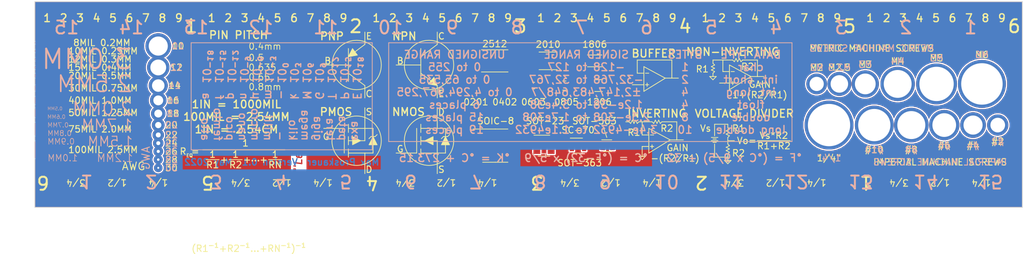
<source format=kicad_pcb>
(kicad_pcb (version 20211014) (generator pcbnew)
  (title_block (title "6\" PCB Ruler") (date "2020-08-07") (rev "0.1") (company "Max Proskauer"))
  (layers (0 "F.Cu" signal) (31 "B.Cu" signal) (34 "B.Paste" user) (35 "F.Paste" user) (36 "B.SilkS" user "B.Silkscreen") (37 "F.SilkS" user "F.Silkscreen") (38 "B.Mask" user) (39 "F.Mask" user) (44 "Edge.Cuts" user))
  (net 0 "")
  (footprint "Package_TO_SOT_SMD:SOT-23-5" (layer "F.Cu") (at 154.77 98.425)
    (fp_text reference "SOT-23" (at 0.17 -3.81) (layer "F.SilkS"))
    (fp_text value "SOT-23-5" hide)
    (pad "1" smd rect locked (at -1.1 -0.95) (size 1.06 0.65) (layers "F.Cu" "F.Paste" "F.Mask"))
    (pad "2" smd rect locked (at -1.1 0) (size 1.06 0.65) (layers "F.Cu" "F.Paste" "F.Mask"))
    (pad "3" smd rect locked (at -1.1 0.95) (size 1.06 0.65) (layers "F.Cu" "F.Paste" "F.Mask"))
    (pad "4" smd rect locked (at 1.1 0.95) (size 1.06 0.65) (layers "F.Cu" "F.Paste" "F.Mask"))
    (pad "5" smd rect locked (at 1.1 -0.95) (size 1.06 0.65) (layers "F.Cu" "F.Paste" "F.Mask"))
  )
  (footprint "Package_SO:SOIC-8_3.9x4.9mm_P1.27mm" (layer "F.Cu") (at 147.255 98.425)
    (fp_text reference "SOIC-8" (at 0.065 -3.81) (layer "F.SilkS"))
    (fp_text value "SOIC-8_3.9x4.9mm_P1.27mm" hide)
    (pad "1" smd roundrect locked (at -2.475 -1.905) (size 1.95 0.6) (layers "F.Cu" "F.Paste" "F.Mask"))
    (pad "2" smd roundrect locked (at -2.475 -0.635) (size 1.95 0.6) (layers "F.Cu" "F.Paste" "F.Mask"))
    (pad "3" smd roundrect locked (at -2.475 0.635) (size 1.95 0.6) (layers "F.Cu" "F.Paste" "F.Mask"))
    (pad "4" smd roundrect locked (at -2.475 1.905) (size 1.95 0.6) (layers "F.Cu" "F.Paste" "F.Mask"))
    (pad "5" smd roundrect locked (at 2.475 1.905) (size 1.95 0.6) (layers "F.Cu" "F.Paste" "F.Mask"))
    (pad "6" smd roundrect locked (at 2.475 0.635) (size 1.95 0.6) (layers "F.Cu" "F.Paste" "F.Mask"))
    (pad "7" smd roundrect locked (at 2.475 -0.635) (size 1.95 0.6) (layers "F.Cu" "F.Paste" "F.Mask"))
    (pad "8" smd roundrect locked (at 2.475 -1.905) (size 1.95 0.6) (layers "F.Cu" "F.Paste" "F.Mask"))
  )
  (footprint "ruler:Inches_0.1" (layer "F.Cu") (at 127 76.2 180)
    (fp_text reference "2" (at 1.27 -3.81) (layer "F.SilkS") (effects (font (size 2 2) (thickness 0.3))))
    (fp_text value "Inches_0.1" hide)
  )
  (footprint "ruler:Inches_0.1_Edge" (layer "F.Cu") (at 101.6 76.2 180)
    (fp_text reference "1" (at 1.27 -3.81) (layer "F.SilkS") (effects (font (size 2 2) (thickness 0.3))))
    (fp_text value "Inches_0.1_Edge" hide)
  )
  (footprint "ruler:Inches_0.1" (layer "F.Cu") (at 203.2 76.2 180)
    (fp_text reference "5" (at 1.27 -3.81) (layer "F.SilkS") (effects (font (size 2 2) (thickness 0.3))))
    (fp_text value "Inches_0.1" hide)
  )
  (footprint "ruler:Inches_0.1_Edge" (layer "F.Cu") (at 228.6 76.2 180)
    (fp_text reference "6" (at 1.27 -3.81) (layer "F.SilkS") (effects (font (size 2 2) (thickness 0.3))))
    (fp_text value "Inches_0.1_Edge" hide)
  )
  (footprint "ruler:Inches_Imperial" (layer "F.Cu") (at 101.6 107.95)
    (fp_text reference "R" hide)
    (fp_text value "Inches_Imperial" hide)
  )
  (footprint "ruler:Inches_Imperial_Edge" (layer "F.Cu") (at 76.2 107.95)
    (fp_text reference "R" hide)
    (fp_text value "Inches_Imperial_Edge" hide)
  )
  (footprint "ruler:Inches_Imperial" (layer "F.Cu") (at 177.8 107.95)
    (fp_text reference "R" hide)
    (fp_text value "Inches_Imperial" hide)
  )
  (footprint "ruler:Inches_Imperial_Edge" (layer "F.Cu") (at 203.2 107.95)
    (fp_text reference "R" hide)
    (fp_text value "Inches_Imperial_Edge" hide)
  )
  (footprint "Package_TO_SOT_SMD:SOT-363_SC-70-6" (layer "F.Cu") (at 160.02 98.425)
    (fp_text reference "SOT-363" (at 0.254 2.667) (layer "F.SilkS"))
    (fp_text value "SOT-363_SC-70-6" hide)
    (pad "1" smd rect locked (at -0.95 -0.65) (size 0.65 0.4) (layers "F.Cu" "F.Paste" "F.Mask"))
    (pad "2" smd rect locked (at -0.95 0) (size 0.65 0.4) (layers "F.Cu" "F.Paste" "F.Mask"))
    (pad "3" smd rect locked (at -0.95 0.65) (size 0.65 0.4) (layers "F.Cu" "F.Paste" "F.Mask"))
    (pad "4" smd rect locked (at 0.95 0.65) (size 0.65 0.4) (layers "F.Cu" "F.Paste" "F.Mask"))
    (pad "5" smd rect locked (at 0.95 0) (size 0.65 0.4) (layers "F.Cu" "F.Paste" "F.Mask"))
    (pad "6" smd rect locked (at 0.95 -0.65) (size 0.65 0.4) (layers "F.Cu" "F.Paste" "F.Mask"))
  )
  (footprint "Package_TO_SOT_SMD:SOT-563" (layer "F.Cu") (at 164.58 98.425)
    (fp_text reference "SOT-563" (at -2.02 -3.81) (layer "F.SilkS"))
    (fp_text value "SOT-563" hide)
    (pad "1" smd rect locked (at -0.75 -0.5) (size 0.7 0.4) (layers "F.Cu" "F.Paste" "F.Mask"))
    (pad "2" smd rect locked (at -0.75 0) (size 0.7 0.4) (layers "F.Cu" "F.Paste" "F.Mask"))
    (pad "3" smd rect locked (at -0.75 0.5) (size 0.7 0.4) (layers "F.Cu" "F.Paste" "F.Mask"))
    (pad "4" smd rect locked (at 0.75 0.5) (size 0.7 0.4) (layers "F.Cu" "F.Paste" "F.Mask"))
    (pad "5" smd rect locked (at 0.75 0) (size 0.7 0.4) (layers "F.Cu" "F.Paste" "F.Mask"))
    (pad "6" smd rect locked (at 0.75 -0.5) (size 0.7 0.4) (layers "F.Cu" "F.Paste" "F.Mask"))
  )
  (footprint "ruler:Machine_Screws_Metric" (layer "F.Cu") (at 196.85 88.9)
    (fp_text reference "METRIC MACHINE SCREWS" (at 8.5 -5.5) (layer "F.SilkS"))
    (fp_text value "Machine_Screws_Metric")
    (fp_text user "M5" (at 18.5 -4) (layer "B.SilkS") (effects (justify mirror)))
    (fp_text user "M4" (at 12.5 -3.5) (layer "B.SilkS") (effects (justify mirror)))
    (fp_text user "M6" (at 25.5 -4.5) (layer "B.SilkS") (effects (justify mirror)))
    (fp_text user "M3" (at 7.5 -3) (layer "B.SilkS") (effects (justify mirror)))
    (fp_text user "METRIC MACHINE SCREWS" (at 8.5 -5.5) (layer "B.SilkS") (effects (justify mirror)))
    (fp_text user "M2.5" (at 3.5 -2.54) (layer "B.SilkS") (effects (justify mirror)))
    (fp_text user "M2" (at 0 -2.54) (layer "B.SilkS") (effects (justify mirror)))
    (fp_text user "M4" (at 12.5 -3.5) (layer "F.SilkS"))
    (fp_text user "M6" (at 25.5 -4.5) (layer "F.SilkS"))
    (fp_text user "M2" (at 0 -2.54) (layer "F.SilkS"))
    (fp_text user "M2.5" (at 3.5 -2.54) (layer "F.SilkS"))
    (fp_text user "M3" (at 7.5 -3) (layer "F.SilkS"))
    (fp_text user "M5" (at 18.5 -4) (layer "F.SilkS"))
    (pad "" thru_hole circle locked (at 25.5 0) (size 7.4 7.4) (drill 6.4) (layers *.Cu *.Mask))
    (pad "" thru_hole circle locked (at 12.5 0) (size 5.3 5.3) (drill 4.3) (layers *.Cu *.Mask))
    (pad "" thru_hole circle locked (at 7.5 0) (size 4.2 4.2) (drill 3.2) (layers *.Cu *.Mask))
    (pad "" thru_hole circle locked (at 0 0) (size 3.2 3.2) (drill 2.2) (layers *.Cu *.Mask))
    (pad "" thru_hole circle locked (at 3.5 0) (size 3.7 3.7) (drill 2.7) (layers *.Cu *.Mask))
    (pad "" thru_hole circle locked (at 18.5 0) (size 6.3 6.3) (drill 5.3) (layers *.Cu *.Mask))
  )
  (footprint "ruler:Machine_Screws_Imperial" (layer "F.Cu") (at 224.79 95.25 180)
    (fp_text reference "IMPERIAL MACHINE SCREWS" (at 8.89 -5.715) (layer "F.SilkS"))
    (fp_text value "Machine_Screws_Imperial")
    (fp_text user "#4" (at 3.81 -3.175) (layer "B.SilkS") (effects (justify mirror)))
    (fp_text user "IMPERIAL MACHINE SCREWS" (at 8.89 -5.715) (layer "B.SilkS") (effects (justify mirror)))
    (fp_text user "#2" (at 0 -2.54) (layer "B.SilkS") (effects (justify mirror)))
    (fp_text user "1/4\"" (at 26.035 -5.08) (layer "B.SilkS") (effects (justify mirror)))
    (fp_text user "#6" (at 8.255 -3.175) (layer "B.SilkS") (effects (justify mirror)))
    (fp_text user "#10" (at 19.05 -3.81) (layer "B.SilkS") (effects (justify mirror)))
    (fp_text user "#8" (at 13.335 -3.81) (layer "B.SilkS") (effects (justify mirror)))
    (fp_text user "#8" (at 13.335 -3.81) (layer "F.SilkS"))
    (fp_text user "#10" (at 19.05 -3.81) (layer "F.SilkS"))
    (fp_text user "1/4\"" (at 26.035 -5.08) (layer "F.SilkS"))
    (fp_text user "#4" (at 3.81 -3.175) (layer "F.SilkS"))
    (fp_text user "#2" (at 0 -2.54) (layer "F.SilkS"))
    (fp_text user "#6" (at 8.255 -3.175) (layer "F.SilkS"))
    (pad "" thru_hole circle locked (at 26.035 0 180) (size 7.5438 7.5438) (drill 6.5278) (layers *.Cu *.Mask))
    (pad "" thru_hole circle locked (at 19.05 0 180) (size 5.9944 5.9944) (drill 4.9784) (layers *.Cu *.Mask))
    (pad "" thru_hole circle locked (at 8.255 0 180) (size 4.6736 4.6736) (drill 3.6576) (layers *.Cu *.Mask))
    (pad "" thru_hole circle locked (at 0 0 180) (size 3.2766 3.2766) (drill 2.2606) (layers *.Cu *.Mask))
    (pad "" thru_hole circle locked (at 3.81 0 180) (size 3.9624 3.9624) (drill 2.9464) (layers *.Cu *.Mask))
    (pad "" thru_hole circle locked (at 13.335 0 180) (size 5.334 5.334) (drill 4.318) (layers *.Cu *.Mask))
  )
  (footprint "ruler:Track_Width_Imperial" (layer "F.Cu") (at 76.2 82.55)
    (fp_text reference "REF**" hide)
    (fp_text value "Track_Width_Imperial")
    (fp_text user "75MIL 2.0MM" (at 5.08 13.335) (layer "F.SilkS") (effects (justify left)))
    (fp_text user "20MIL 0.5MM" (at 5.08 5.08) (layer "F.SilkS") (effects (justify left)))
    (fp_text user "12MIL 0.3MM" (at 5.08 2.54) (layer "F.SilkS") (effects (justify left)))
    (fp_text user "50MIL 1.25MM" (at 5.08 10.795) (layer "F.SilkS") (effects (justify left)))
    (fp_text user "100MIL 2.5MM" (at 5.08 16.51) (layer "F.SilkS") (effects (justify left)))
    (fp_text user "30MIL 0.75MM" (at 5.08 6.985) (layer "F.SilkS") (effects (justify left)))
    (fp_text user " 8MIL 0.2MM" (at 5.08 0) (layer "F.SilkS") (effects (justify left)))
    (fp_text user "10MIL 0.25MM" (at 5.08 1.27) (layer "F.SilkS") (effects (justify left)))
    (fp_text user "15MIL 0.4MM" (at 5.08 3.81) (layer "F.SilkS") (effects (justify left)))
    (fp_text user "40MIL 1.0MM" (at 5.08 8.89) (layer "F.SilkS") (effects (justify left)))
    (pad "" smd rect locked (at 2.54 8.89) (size 5.08 1.016) (layers "F.Cu" "F.Paste" "F.Mask"))
    (pad "" smd rect locked (at 2.54 2.54) (size 5.08 0.3048) (layers "F.Cu" "F.Paste" "F.Mask"))
    (pad "" smd rect locked (at 2.54 3.81) (size 5.08 0.381) (layers "F.Cu" "F.Paste" "F.Mask"))
    (pad "" smd rect locked (at 2.54 1.27) (size 5.08 0.254) (layers "F.Cu" "F.Paste" "F.Mask"))
    (pad "" smd rect locked (at 2.54 10.795) (size 5.08 1.27) (layers "F.Cu" "F.Paste" "F.Mask"))
    (pad "" smd rect locked (at 2.54 0) (size 5.08 0.2032) (layers "F.Cu" "F.Paste" "F.Mask"))
    (pad "" smd rect locked (at 2.54 16.51) (size 5.08 2.54) (layers "F.Cu" "F.Paste" "F.Mask"))
    (pad "" smd rect locked (at 2.54 5.08) (size 5.08 0.508) (layers "F.Cu" "F.Paste" "F.Mask"))
    (pad "" smd rect locked (at 2.54 6.985) (size 5.08 0.762) (layers "F.Cu" "F.Paste" "F.Mask"))
    (pad "" smd rect locked (at 2.54 13.335) (size 5.08 1.905) (layers "F.Cu" "F.Paste" "F.Mask"))
  )
  (footprint "ruler:Wire_Gauge" (layer "F.Cu") (at 95.25 83.058)
    (fp_text reference "AWG" (at -3.81 18.542) (layer "F.SilkS") (effects (font (size 1.2 1.2))))
    (fp_text value "Wire_Gauge")
    (fp_text user "18" (at 2.286 10.414) (layer "B.SilkS") (effects (justify mirror)))
    (fp_text user "24" (at 2.032 14.986) (layer "B.SilkS") (effects (justify mirror)))
    (fp_text user "28" (at 2.032 17.526) (layer "B.SilkS") (effects (justify mirror)))
    (fp_text user "20" (at 2.032 12.192) (layer "B.SilkS") (effects (justify mirror)))
    (fp_text user "AWG" (at -1.905 17.272 270) (layer "B.SilkS") (effects (font (size 1.2 1.2)) (justify mirror)))
    (fp_text user "14" (at 2.54 6.096) (layer "B.SilkS") (effects (justify mirror)))
    (fp_text user "10" (at 3.048 0) (layer "B.SilkS") (effects (justify mirror)))
    (fp_text user "16" (at 2.286 8.382) (layer "B.SilkS") (effects (justify mirror)))
    (fp_text user "22" (at 2.032 13.716) (layer "B.SilkS") (effects (justify mirror)))
    (fp_text user "26" (at 2.032 16.256) (layer "B.SilkS") (effects (justify mirror)))
    (fp_text user "12" (at 2.794 3.302 180) (layer "B.SilkS") (effects (justify mirror)))
    (fp_text user "30" (at 2.032 18.796) (layer "B.SilkS") (effects (justify mirror)))
    (fp_text user "18" (at 2.286 10.414) (layer "F.SilkS"))
    (fp_text user "10" (at 3.048 0) (layer "F.SilkS"))
    (fp_text user "30" (at 2.032 18.796) (layer "F.SilkS"))
    (fp_text user "16" (at 2.286 8.382) (layer "F.SilkS"))
    (fp_text user "24" (at 2.032 14.986) (layer "F.SilkS"))
    (fp_text user "26" (at 2.032 16.256) (layer "F.SilkS"))
    (fp_text user "20" (at 2.032 12.192) (layer "F.SilkS"))
    (fp_text user "28" (at 2.032 17.526) (layer "F.SilkS"))
    (fp_text user "14" (at 2.54 6.096) (layer "F.SilkS"))
    (fp_text user "12" (at 2.794 3.302) (layer "F.SilkS"))
    (fp_text user "22" (at 2.032 13.716) (layer "F.SilkS"))
    (pad "" thru_hole circle locked (at 0 6.096) (size 2.9464 2.9464) (drill 1.9304) (layers *.Cu *.Mask))
    (pad "" thru_hole circle locked (at 0 0) (size 3.9624 3.9624) (drill 2.9464) (layers *.Cu *.Mask))
    (pad "" thru_hole circle locked (at 0 17.526) (size 1.397 1.397) (drill 0.381) (layers *.Cu *.Mask))
    (pad "" thru_hole circle locked (at 0 3.302) (size 3.4544 3.4544) (drill 2.4384) (layers *.Cu *.Mask))
    (pad "" thru_hole circle locked (at 0 14.986) (size 1.6256 1.6256) (drill 0.6096) (layers *.Cu *.Mask))
    (pad "" thru_hole circle locked (at 0 18.796) (size 1.3208 1.3208) (drill 0.3048) (layers *.Cu *.Mask))
    (pad "" thru_hole circle locked (at 0 16.256) (size 1.4986 1.4986) (drill 0.4826) (layers *.Cu *.Mask))
    (pad "" thru_hole circle locked (at 0 10.414) (size 2.2352 2.2352) (drill 1.2192) (layers *.Cu *.Mask))
    (pad "" thru_hole circle locked (at 0 12.192) (size 1.9812 1.9812) (drill 0.9652) (layers *.Cu *.Mask))
    (pad "" thru_hole circle locked (at 0 13.716) (size 1.778 1.778) (drill 0.762) (layers *.Cu *.Mask))
    (pad "" thru_hole circle locked (at 0 8.382) (size 2.54 2.54) (drill 1.524) (layers *.Cu *.Mask))
  )
  (footprint "ruler:Pin_Pitch_Gauge" (layer "F.Cu") (at 105.1 86.36)
    (fp_text reference "PIN PITCH" (at 2.54 -5) (layer "F.SilkS") (effects (font (size 1.2 1.2) (thickness 0.2))))
    (fp_text value "Pin_Pitch_Gauge")
    (fp_text user "0.635" (at 4 0) (layer "F.SilkS") (effects (font (thickness 0.125)) (justify left)))
    (fp_text user "0.5" (at 4 -1.5) (layer "F.SilkS") (effects (font (thickness 0.125)) (justify left)))
    (fp_text user "0.4mm" (at 4 -3.25) (layer "F.SilkS") (effects (font (thickness 0.125)) (justify left)))
    (fp_text user "0.65" (at 4 1.5) (layer "F.SilkS") (effects (font (thickness 0.125)) (justify left)))
    (fp_text user "0.8mm" (at 4 3) (layer "F.SilkS") (effects (font (thickness 0.125)) (justify left)))
    (pad "" smd rect locked (at 1.625 1.5 90) (size 1 0.25) (layers "F.Cu" "F.Paste" "F.Mask"))
    (pad "" smd rect locked (at -2.925 1.5 90) (size 1 0.25) (layers "F.Cu" "F.Paste" "F.Mask"))
    (pad "" smd rect locked (at 0.975 1.5 90) (size 1 0.25) (layers "F.Cu" "F.Paste" "F.Mask"))
    (pad "" smd rect locked (at 1 -3.2 90) (size 1 0.25) (layers "F.Cu" "F.Paste" "F.Mask"))
    (pad "" smd rect locked (at 2.8 3 90) (size 1 0.25) (layers "F.Cu" "F.Paste" "F.Mask"))
    (pad "" smd rect locked (at -0.96 0 90) (size 1 0.25) (layers "F.Cu" "F.Paste" "F.Mask"))
    (pad "" smd rect locked (at -2.275 1.5 90) (size 1 0.25) (layers "F.Cu" "F.Paste" "F.Mask"))
    (pad "" smd rect locked (at 2.215 0 90) (size 1 0.25) (layers "F.Cu" "F.Paste" "F.Mask"))
    (pad "" smd rect locked (at 1.5 -1.5 90) (size 1 0.25) (layers "F.Cu" "F.Paste" "F.Mask"))
    (pad "" smd rect locked (at 0.31 0 90) (size 1 0.25) (layers "F.Cu" "F.Paste" "F.Mask"))
    (pad "" smd rect locked (at -3.4 -3.2 90) (size 1 0.25) (layers "F.Cu" "F.Paste" "F.Mask"))
    (pad "" smd rect locked (at 1.58 0 90) (size 1 0.25) (layers "F.Cu" "F.Paste" "F.Mask"))
    (pad "" smd rect locked (at -2.5 -1.5 90) (size 1 0.25) (layers "F.Cu" "F.Paste" "F.Mask"))
    (pad "" smd rect locked (at -1.8 -3.2 90) (size 1 0.25) (layers "F.Cu" "F.Paste" "F.Mask"))
    (pad "" smd rect locked (at -2.865 0 90) (size 1 0.25) (layers "F.Cu" "F.Paste" "F.Mask"))
    (pad "" smd rect locked (at 2.6 -3.2 90) (size 1 0.25) (layers "F.Cu" "F.Paste" "F.Mask"))
    (pad "" smd rect locked (at -0.4 3 90) (size 1 0.25) (layers "F.Cu" "F.Paste" "F.Mask"))
    (pad "" smd rect locked (at -3.6 3 90) (size 1 0.25) (layers "F.Cu" "F.Paste" "F.Mask"))
    (pad "" smd rect locked (at -1 -3.2 90) (size 1 0.25) (layers "F.Cu" "F.Paste" "F.Mask"))
    (pad "" smd rect locked (at 2.2 -3.2 90) (size 1 0.25) (layers "F.Cu" "F.Paste" "F.Mask"))
    (pad "" smd rect locked (at -1.2 3 90) (size 1 0.25) (layers "F.Cu" "F.Paste" "F.Mask"))
    (pad "" smd rect locked (at -1 -1.5 90) (size 1 0.25) (layers "F.Cu" "F.Paste" "F.Mask"))
    (pad "" smd rect locked (at -1.5 -1.5 90) (size 1 0.25) (layers "F.Cu" "F.Paste" "F.Mask"))
    (pad "" smd rect locked (at -2.6 -3.2 90) (size 1 0.25) (layers "F.Cu" "F.Paste" "F.Mask"))
    (pad "" smd rect locked (at 0.945 0 90) (size 1 0.25) (layers "F.Cu" "F.Paste" "F.Mask"))
    (pad "" smd rect locked (at 3.575 1.5 90) (size 1 0.25) (layers "F.Cu" "F.Paste" "F.Mask"))
    (pad "" smd rect locked (at -3.5 -1.5 90) (size 1 0.25) (layers "F.Cu" "F.Paste" "F.Mask"))
    (pad "" smd rect locked (at 3.5 -1.5 90) (size 1 0.25) (layers "F.Cu" "F.Paste" "F.Mask"))
    (pad "" smd rect locked (at 0.6 -3.2 90) (size 1 0.25) (layers "F.Cu" "F.Paste" "F.Mask"))
    (pad "" smd rect locked (at 0.2 -3.2 90) (size 1 0.25) (layers "F.Cu" "F.Paste" "F.Mask"))
    (pad "" smd rect locked (at -3 -3.2 90) (size 1 0.25) (layers "F.Cu" "F.Paste" "F.Mask"))
    (pad "" smd rect locked (at -0.2 -3.2 90) (size 1 0.25) (layers "F.Cu" "F.Paste" "F.Mask"))
    (pad "" smd rect locked (at 2 -1.5 90) (size 1 0.25) (layers "F.Cu" "F.Paste" "F.Mask"))
    (pad "" smd rect locked (at -0.325 1.5 90) (size 1 0.25) (layers "F.Cu" "F.Paste" "F.Mask"))
    (pad "" smd rect locked (at -3.575 1.5 90) (size 1 0.25) (layers "F.Cu" "F.Paste" "F.Mask"))
    (pad "" smd rect locked (at 3.6 3 90) (size 1 0.25) (layers "F.Cu" "F.Paste" "F.Mask"))
    (pad "" smd rect locked (at 0.5 -1.5 90) (size 1 0.25) (layers "F.Cu" "F.Paste" "F.Mask"))
    (pad "" smd rect locked (at 3 -1.5 90) (size 1 0.25) (layers "F.Cu" "F.Paste" "F.Mask"))
    (pad "" smd rect locked (at 1.2 3 90) (size 1 0.25) (layers "F.Cu" "F.Paste" "F.Mask"))
    (pad "" smd rect locked (at -3.5 0 90) (size 1 0.25) (layers "F.Cu" "F.Paste" "F.Mask"))
    (pad "" smd rect locked (at -2 3 90) (size 1 0.25) (layers "F.Cu" "F.Paste" "F.Mask"))
    (pad "" smd rect locked (at -0.325 0 90) (size 1 0.25) (layers "F.Cu" "F.Paste" "F.Mask"))
    (pad "" smd rect locked (at -1.595 0 90) (size 1 0.25) (layers "F.Cu" "F.Paste" "F.Mask"))
    (pad "" smd rect locked (at -2.23 0 90) (size 1 0.25) (layers "F.Cu" "F.Paste" "F.Mask"))
    (pad "" smd rect locked (at 2.925 1.5 90) (size 1 0.25) (layers "F.Cu" "F.Paste" "F.Mask"))
    (pad "" smd rect locked (at 0 -1.5 90) (size 1 0.25) (layers "F.Cu" "F.Paste" "F.Mask"))
    (pad "" smd rect locked (at -0.975 1.5 90) (size 1 0.25) (layers "F.Cu" "F.Paste" "F.Mask"))
    (pad "" smd rect locked (at 3.485 0 90) (size 1 0.25) (layers "F.Cu" "F.Paste" "F.Mask"))
    (pad "" smd rect locked (at -2 -1.5 90) (size 1 0.25) (layers "F.Cu" "F.Paste" "F.Mask"))
    (pad "" smd rect locked (at 1.4 -3.2 90) (size 1 0.25) (layers "F.Cu" "F.Paste" "F.Mask"))
    (pad "" smd rect locked (at 2.5 -1.5 90) (size 1 0.25) (layers "F.Cu" "F.Paste" "F.Mask"))
    (pad "" smd rect locked (at -2.8 3 90) (size 1 0.25) (layers "F.Cu" "F.Paste" "F.Mask"))
    (pad "" smd rect locked (at 2 3 90) (size 1 0.25) (layers "F.Cu" "F.Paste" "F.Mask"))
    (pad "" smd rect locked (at 2.275 1.5 90) (size 1 0.25) (layers "F.Cu" "F.Paste" "F.Mask"))
    (pad "" smd rect locked (at 0.325 1.5 90) (size 1 0.25) (layers "F.Cu" "F.Paste" "F.Mask"))
    (pad "" smd rect locked (at -0.5 -1.5 90) (size 1 0.25) (layers "F.Cu" "F.Paste" "F.Mask"))
    (pad "" smd rect locked (at -1.625 1.5 90) (size 1 0.25) (layers "F.Cu" "F.Paste" "F.Mask"))
    (pad "" smd rect locked (at 3 -3.2 90) (size 1 0.25) (layers "F.Cu" "F.Paste" "F.Mask"))
    (pad "" smd rect locked (at -1.4 -3.2 90) (size 1 0.25) (layers "F.Cu" "F.Paste" "F.Mask"))
    (pad "" smd rect locked (at 3.4 -3.2 90) (size 1 0.25) (layers "F.Cu" "F.Paste" "F.Mask"))
    (pad "" smd rect locked (at 0.4 3 90) (size 1 0.25) (layers "F.Cu" "F.Paste" "F.Mask"))
    (pad "" smd rect locked (at 1 -1.5 90) (size 1 0.25) (layers "F.Cu" "F.Paste" "F.Mask"))
    (pad "" smd rect locked (at -2.2 -3.2 90) (size 1 0.25) (layers "F.Cu" "F.Paste" "F.Mask"))
    (pad "" smd rect locked (at -0.6 -3.2 90) (size 1 0.25) (layers "F.Cu" "F.Paste" "F.Mask"))
    (pad "" smd rect locked (at -3 -1.5 90) (size 1 0.25) (layers "F.Cu" "F.Paste" "F.Mask"))
    (pad "" smd rect locked (at 2.85 0 90) (size 1 0.25) (layers "F.Cu" "F.Paste" "F.Mask"))
    (pad "" smd rect locked (at 1.8 -3.2 90) (size 1 0.25) (layers "F.Cu" "F.Paste" "F.Mask"))
  )
  (footprint "Resistor_SMD:R_2512_6332Metric" (layer "F.Cu") (at 147.172 85.344)
    (fp_text reference "2512" (at 0 -2.62) (layer "F.SilkS"))
    (fp_text value "R_2512_6332Metric" hide)
    (pad "1" smd roundrect locked (at -2.9 0) (size 1.35 3.35) (layers "F.Cu" "F.Paste" "F.Mask") (roundrect_rratio 0.1851851852))
    (pad "2" smd roundrect locked (at 2.9 0) (size 1.35 3.35) (layers "F.Cu" "F.Paste" "F.Mask") (roundrect_rratio 0.1851851852))
  )
  (footprint "Resistor_SMD:R_0402_1005Metric" (layer "F.Cu") (at 148.567 89.154)
    (fp_text reference "0402" (at 0.15 2.54) (layer "F.SilkS"))
    (fp_text value "R_0402_1005Metric" hide)
    (pad "1" smd roundrect locked (at -0.485 0) (size 0.59 0.64) (layers "F.Cu" "F.Paste" "F.Mask"))
    (pad "2" smd roundrect locked (at 0.485 0) (size 0.59 0.64) (layers "F.Cu" "F.Paste" "F.Mask"))
  )
  (footprint "Resistor_SMD:R_0805_2012Metric" (layer "F.Cu") (at 157.9095 89.154)
    (fp_text reference "0805" (at 0.3325 2.54) (layer "F.SilkS"))
    (fp_text value "R_0805_2012Metric" hide)
    (pad "1" smd roundrect locked (at -0.9375 0) (size 0.975 1.4) (layers "F.Cu" "F.Paste" "F.Mask"))
    (pad "2" smd roundrect locked (at 0.9375 0) (size 0.975 1.4) (layers "F.Cu" "F.Paste" "F.Mask"))
  )
  (footprint "Resistor_SMD:R_0201_0603Metric" (layer "F.Cu") (at 144.272 89.154)
    (fp_text reference "0201" (at 0 2.54) (layer "F.SilkS"))
    (fp_text value "R_0201_0603Metric" hide)
    (pad "1" smd roundrect locked (at -0.32 0) (size 0.46 0.4) (layers "F.Cu" "F.Mask"))
    (pad "2" smd roundrect locked (at 0.32 0) (size 0.46 0.4) (layers "F.Cu" "F.Mask"))
  )
  (footprint "Resistor_SMD:R_0603_1608Metric" (layer "F.Cu") (at 153.162 89.154)
    (fp_text reference "0603" (at 0 2.54) (layer "F.SilkS"))
    (fp_text value "R_0603_1608Metric" hide)
    (pad "1" smd roundrect locked (at -0.7875 0) (size 0.875 0.95) (layers "F.Cu" "F.Paste" "F.Mask"))
    (pad "2" smd roundrect locked (at 0.7875 0) (size 0.875 0.95) (layers "F.Cu" "F.Paste" "F.Mask"))
  )
  (footprint "Resistor_SMD:R_1806_4516Metric" (layer "F.Cu") (at 162.592 85.344)
    (fp_text reference "1806" (at 0 -2.54) (layer "F.SilkS"))
    (fp_text value "R_1806_4516Metric" hide)
    (pad "1" smd roundrect locked (at -2 0) (size 1.4 1.8) (layers "F.Cu" "F.Paste" "F.Mask") (roundrect_rratio 0.1785707143))
    (pad "2" smd roundrect locked (at 2 0) (size 1.4 1.8) (layers "F.Cu" "F.Paste" "F.Mask") (roundrect_rratio 0.1785707143))
  )
  (footprint "Resistor_SMD:R_2010_5025Metric" (layer "F.Cu") (at 155.412 85.344)
    (fp_text reference "2010" (at 0 -2.54) (layer "F.SilkS"))
    (fp_text value "R_2010_5025Metric" hide)
    (pad "1" smd roundrect locked (at -2.25 0) (size 1.35 2.65) (layers "F.Cu" "F.Paste" "F.Mask") (roundrect_rratio 0.1851851852))
    (pad "2" smd roundrect locked (at 2.25 0) (size 1.35 2.65) (layers "F.Cu" "F.Paste" "F.Mask") (roundrect_rratio 0.1851851852))
  )
  (footprint "Resistor_SMD:R_1206_3216Metric" (layer "F.Cu") (at 163.192 89.154)
    (fp_text reference "1206" (at 0.13 2.54) (layer "F.SilkS"))
    (fp_text value "R_1206_3216Metric" hide)
    (pad "1" smd roundrect locked (at -1.4 0) (size 1.25 1.75) (layers "F.Cu" "F.Paste" "F.Mask") (roundrect_rratio 0.2))
    (pad "2" smd roundrect locked (at 1.4 0) (size 1.25 1.75) (layers "F.Cu" "F.Paste" "F.Mask") (roundrect_rratio 0.2))
  )
  (footprint "ruler:Inches_Imperial" (layer "F.Cu") (at 152.4 107.95)
    (fp_text reference "R" hide)
    (fp_text value "Inches_Imperial" hide)
  )
  (footprint "ruler:Inches_Imperial" (layer "F.Cu") (at 127 107.95)
    (fp_text reference "R" hide)
    (fp_text value "Inches_Imperial" hide)
  )
  (footprint "ruler:Inches_0.1" (layer "F.Cu") (at 152.4 76.2 180)
    (fp_text reference "3" (at 1.27 -3.81) (layer "F.SilkS") (effects (font (size 2 2) (thickness 0.3))))
    (fp_text value "Inches_0.1" hide)
  )
  (footprint "ruler:Inches_0.1" (layer "F.Cu") (at 177.8 76.2 180)
    (fp_text reference "4" (at 1.27 -3.81) (layer "F.SilkS") (effects (font (size 2 2) (thickness 0.3))))
    (fp_text value "Inches_0.1" hide)
  )
  (footprint "ruler:Metric" (layer "B.Cu") (at 96.2 107.95 180)
    (fp_text reference "R" hide)
    (fp_text value "Metric" hide)
  )
  (footprint "ruler:Metric_Edge" (layer "B.Cu") (at 86.2 107.95 180)
    (fp_text reference "R" hide)
    (fp_text value "Metric_Edge" hide)
  )
  (footprint "ruler:Metric" (layer "B.Cu") (at 208.6 76.2)
    (fp_text reference "2" (at 2 4) (layer "B.SilkS") (effects (font (size 2 2) (thickness 0.3)) (justify mirror)))
    (fp_text value "Metric" hide)
  )
  (footprint "ruler:Metric_Edge" (layer "B.Cu") (at 218.6 76.2)
    (fp_text reference "1" (at 2 4) (layer "B.SilkS") (effects (font (size 2 2) (thickness 0.3)) (justify mirror)))
    (fp_text value "Metric_Edge" hide)
  )
  (footprint "ruler:Metric" (layer "B.Cu") (at 78.6 76.2)
    (fp_text reference "15" (at 2.5 4) (layer "B.SilkS") (effects (font (size 2 2) (thickness 0.3)) (justify mirror)))
    (fp_text value "Metric" hide)
  )
  (footprint "ruler:Metric" (layer "B.Cu") (at 226.2 107.95 180)
    (fp_text reference "R" hide)
    (fp_text value "Metric" hide)
  )
  (footprint "ruler:Metric_Partial" (layer "B.Cu") (at 228.2 107.95 180)
    (fp_text reference "R" hide)
    (fp_text value "Metric_Partial" hide)
  )
  (footprint "ruler:Metric_Partial" (layer "B.Cu") (at 76.6 76.2)
    (fp_text reference "R" hide)
    (fp_text value "Metric_Partial" hide)
  )
  (footprint "ruler:Metric" (layer "B.Cu") (at 188.6 76.2)
    (fp_text reference "4" (at 2 4) (layer "B.SilkS") (effects (font (size 2 2) (thickness 0.3)) (justify mirror)))
    (fp_text value "Metric" hide)
  )
  (footprint "ruler:Metric" (layer "B.Cu") (at 158.6 76.2)
    (fp_text reference "7" (at 2 4) (layer "B.SilkS") (effects (font (size 2 2) (thickness 0.3)) (justify mirror)))
    (fp_text value "Metric" hide)
  )
  (footprint "ruler:Metric" (layer "B.Cu") (at 128.6 76.2)
    (fp_text reference "10" (at 2.5 4) (layer "B.SilkS") (effects (font (size 2 2) (thickness 0.3)) (justify mirror)))
    (fp_text value "Metric" hide)
  )
  (footprint "ruler:Metric" (layer "B.Cu") (at 148.6 76.2)
    (fp_text reference "8" (at 2 4) (layer "B.SilkS") (effects (font (size 2 2) (thickness 0.3)) (justify mirror)))
    (fp_text value "Metric" hide)
  )
  (footprint "ruler:Metric" (layer "B.Cu") (at 186.2 107.95 180)
    (fp_text reference "R" hide)
    (fp_text value "Metric" hide)
  )
  (footprint "ruler:Metric" (layer "B.Cu") (at 98.6 76.2)
    (fp_text reference "13" (at 2.5 4) (layer "B.SilkS") (effects (font (size 2 2) (thickness 0.3)) (justify mirror)))
    (fp_text value "Metric" hide)
  )
  (footprint "ruler:Metric" (layer "B.Cu") (at 198.6 76.2)
    (fp_text reference "3" (at 2 4) (layer "B.SilkS") (effects (font (size 2 2) (thickness 0.3)) (justify mirror)))
    (fp_text value "Metric" hide)
  )
  (footprint "ruler:Metric" (layer "B.Cu") (at 88.6 76.2)
    (fp_text reference "14" (at 2.5 4) (layer "B.SilkS") (effects (font (size 2 2) (thickness 0.3)) (justify mirror)))
    (fp_text value "Metric" hide)
  )
  (footprint "ruler:Metric" (layer "B.Cu") (at 156.2 107.95 180)
    (fp_text reference "R" hide)
    (fp_text value "Metric" hide)
  )
  (footprint "ruler:Metric" (layer "B.Cu") (at 178.6 76.2)
    (fp_text reference "5" (at 2 4) (layer "B.SilkS") (effects (font (size 2 2) (thickness 0.3)) (justify mirror)))
    (fp_text value "Metric" hide)
  )
  (footprint "ruler:Metric" (layer "B.Cu") (at 146.2 107.95 180)
    (fp_text reference "R" hide)
    (fp_text value "Metric" hide)
  )
  (footprint "ruler:Metric" (layer "B.Cu") (at 206.2 107.95 180)
    (fp_text reference "R" hide)
    (fp_text value "Metric" hide)
  )
  (footprint "ruler:Metric" (layer "B.Cu") (at 106.2 107.95 180)
    (fp_text reference "R" hide)
    (fp_text value "Metric" hide)
  )
  (footprint "ruler:Metric" (layer "B.Cu") (at 136.2 107.95 180)
    (fp_text reference "R" hide)
    (fp_text value "Metric" hide)
  )
  (footprint "ruler:Metric" (layer "B.Cu") (at 176.2 107.95 180)
    (fp_text reference "R" hide)
    (fp_text value "Metric" hide)
  )
  (footprint "ruler:Metric" (layer "B.Cu") (at 168.6 76.2)
    (fp_text reference "6" (at 2 4) (layer "B.SilkS") (effects (font (size 2 2) (thickness 0.3)) (justify mirror)))
    (fp_text value "Metric" hide)
  )
  (footprint "ruler:Metric" (layer "B.Cu") (at 166.2 107.95 180)
    (fp_text reference "R" hide)
    (fp_text value "Metric" hide)
  )
  (footprint "ruler:Metric" (layer "B.Cu") (at 216.2 107.95 180)
    (fp_text reference "R" hide)
    (fp_text value "Metric" hide)
  )
  (footprint "ruler:Metric" (layer "B.Cu") (at 108.6 76.2)
    (fp_text reference "12" (at 2.5 4) (layer "B.SilkS") (effects (font (size 2 2) (thickness 0.3)) (justify mirror)))
    (fp_text value "Metric" hide)
  )
  (footprint "ruler:Metric" (layer "B.Cu") (at 196.2 107.95 180)
    (fp_text reference "R" hide)
    (fp_text value "Metric" hide)
  )
  (footprint "ruler:Metric" (layer "B.Cu") (at 138.6 76.2)
    (fp_text reference "9" (at 2 4) (layer "B.SilkS") (effects (font (size 2 2) (thickness 0.3)) (justify mirror)))
    (fp_text value "Metric" hide)
  )
  (footprint "ruler:Metric" (layer "B.Cu") (at 126.2 107.95 180)
    (fp_text reference "R" hide)
    (fp_text value "Metric" hide)
  )
  (footprint "ruler:Metric" (layer "B.Cu") (at 116.2 107.95 180)
    (fp_text reference "R" hide)
    (fp_text value "Metric" hide)
  )
  (footprint "ruler:Metric" (layer "B.Cu") (at 118.6 76.2)
    (fp_text reference "11" (at 2.5 4) (layer "B.SilkS") (effects (font (size 2 2) (thickness 0.3)) (justify mirror)))
    (fp_text value "Metric" hide)
  )
  (gr_line (start 193.04 97.79) (end 193.04 82.55) (layer "B.SilkS") (width 0.12))
  (gr_line (start 100.33 82.55) (end 100.33 99.06) (layer "B.SilkS") (width 0.12))
  (gr_line (start 193.04 82.55) (end 130.81 82.55) (layer "B.SilkS") (width 0.12))
  (gr_line (start 130.81 82.55) (end 130.81 97.79) (layer "B.SilkS") (width 0.12))
  (gr_line (start 128.27 99.06) (end 128.27 82.55) (layer "B.SilkS") (width 0.12))
  (gr_line (start 130.81 97.79) (end 193.04 97.79) (layer "B.SilkS") (width 0.12))
  (gr_line (start 128.27 82.55) (end 100.33 82.55) (layer "B.SilkS") (width 0.12))
  (gr_line (start 100.33 99.06) (end 128.27 99.06) (layer "B.SilkS") (width 0.12))
  (gr_line (start 171.196 98.552) (end 171.704 98.552) (layer "F.SilkS") (width 0.12))
  (gr_line (start 171.45 98.298) (end 171.45 98.806) (layer "F.SilkS") (width 0.12))
  (gr_line (start 170.942 95.758) (end 170.942 99.568) (layer "F.SilkS") (width 0.12))
  (gr_line (start 174.244 97.536) (end 170.942 95.758) (layer "F.SilkS") (width 0.12))
  (gr_line (start 170.942 99.568) (end 174.244 97.536) (layer "F.SilkS") (width 0.12))
  (gr_line (start 171.196 96.774) (end 171.704 96.774) (layer "F.SilkS") (width 0.12))
  (gr_line (start 170.18 100.076) (end 169.926 100.076) (layer "F.SilkS") (width 0.12))
  (gr_line (start 170.434 100.076) (end 169.926 100.076) (layer "F.SilkS") (width 0.12))
  (gr_line (start 169.926 94.742) (end 171.45 94.742) (layer "F.SilkS") (width 0.12))
  (gr_line (start 172.974 94.742) (end 175.26 94.742) (layer "F.SilkS") (width 0.12))
  (gr_line (start 183.642 86.995) (end 184.15 86.995) (layer "F.SilkS") (width 0.12))
  (gr_line (start 183.896 88.519) (end 183.896 89.027) (layer "F.SilkS") (width 0.12))
  (gr_line (start 183.388 85.979) (end 183.388 89.789) (layer "F.SilkS") (width 0.12))
  (gr_line (start 186.69 87.757) (end 183.388 85.979) (layer "F.SilkS") (width 0.12))
  (gr_line (start 187.706 87.757) (end 186.69 87.757) (layer "F.SilkS") (width 0.12))
  (gr_line (start 183.388 89.789) (end 186.69 87.757) (layer "F.SilkS") (width 0.12))
  (gr_line (start 183.642 88.773) (end 184.15 88.773) (layer "F.SilkS") (width 0.12))
  (gr_line (start 187.706 87.757) (end 188.722 87.757) (layer "F.SilkS") (width 0.12))
  (gr_line (start 185.42 85.217) (end 187.706 85.217) (layer "F.SilkS") (width 0.12))
  (gr_line (start 180.848 85.217) (end 182.372 85.217) (layer "F.SilkS") (width 0.12))
  (gr_line (start 180.848 88.265) (end 180.34 87.757) (layer "F.SilkS") (width 0.12))
  (gr_line (start 182.626 100.711) (end 183.134 100.711) (layer "F.SilkS") (width 0.12))
  (gr_line (start 183.134 99.695) (end 183.134 100.203) (layer "F.SilkS") (width 0.12))
  (gr_line (start 181.102 100.203) (end 181.102 98.171) (layer "F.SilkS") (width 0.12))
  (gr_line (start 181.102 96.901) (end 181.102 95.123) (layer "F.SilkS") (width 0.12))
  (gr_line (start 124.587 84.709) (end 127.127 82.804) (layer "F.SilkS") (width 0.12))
  (gr_line (start 135.763 84.709) (end 138.303 82.804) (layer "F.SilkS") (width 0.12))
  (gr_line (start 135.763 85.979) (end 131.953 85.979) (layer "F.SilkS") (width 0.12))
  (gr_line (start 127.127 89.154) (end 127.127 91.059) (layer "F.SilkS") (width 0.12))
  (gr_line (start 124.587 83.439) (end 124.587 88.519) (layer "F.SilkS") (width 0.12))
  (gr_line (start 124.587 87.249) (end 127.127 89.154) (layer "F.SilkS") (width 0.12))
  (gr_line (start 135.763 87.249) (end 138.303 89.154) (layer "F.SilkS") (width 0.12))
  (gr_circle (center 125.857 85.979) (end 125.857 82.169) (layer "F.SilkS") (width 0.12) (fill none))
  (gr_line (start 138.303 89.154) (end 138.303 91.059) (layer "F.SilkS") (width 0.12))
  (gr_poly (pts (xy 124.587 84.709) (xy 125.222 83.439) (xy 125.984 84.455)) (layer "F.SilkS") (width 0.1) (fill solid))
  (gr_poly (pts (xy 138.303 89.154) (xy 136.906 88.9) (xy 137.795 87.884)) (layer "F.SilkS") (width 0.1) (fill solid))
  (gr_line (start 135.763 83.439) (end 135.763 88.519) (layer "F.SilkS") (width 0.12))
  (gr_circle (center 137.033 85.979) (end 137.033 82.169) (layer "F.SilkS") (width 0.12) (fill none))
  (gr_line (start 124.587 85.979) (end 120.777 85.979) (layer "F.SilkS") (width 0.12))
  (gr_poly (pts (xy 125.222 97.028) (xy 126.492 97.663) (xy 125.222 98.298)) (layer "F.SilkS") (width 0.1) (fill solid))
  (gr_line (start 128.397 98.298) (end 128.397 97.028) (layer "F.SilkS") (width 0.12))
  (gr_line (start 139.2555 97.028) (end 138.938 97.3455) (layer "F.SilkS") (width 0.12))
  (gr_line (start 128.0795 97.028) (end 127.762 97.3455) (layer "F.SilkS") (width 0.12))
  (gr_line (start 128.397 99.568) (end 128.397 98.298) (layer "F.SilkS") (width 0.12))
  (gr_line (start 128.397 95.758) (end 127.127 95.758) (layer "F.SilkS") (width 0.12))
  (gr_line (start 124.587 97.663) (end 125.222 97.663) (layer "F.SilkS") (width 0.12))
  (gr_line (start 127.127 94.488) (end 127.127 92.583) (layer "F.SilkS") (width 0.12))
  (gr_line (start 123.952 95.758) (end 123.952 99.568) (layer "F.SilkS") (width 0.12))
  (gr_line (start 124.587 98.933) (end 124.587 100.203) (layer "F.SilkS") (width 0.12))
  (gr_line (start 128.397 97.028) (end 128.7145 97.028) (layer "F.SilkS") (width 0.12))
  (gr_line (start 128.7145 97.028) (end 129.032 96.7105) (layer "F.SilkS") (width 0.12))
  (gr_line (start 139.8905 97.028) (end 140.208 96.7105) (layer "F.SilkS") (width 0.12))
  (gr_line (start 126.492 97.663) (end 127.127 97.663) (layer "F.SilkS") (width 0.12))
  (gr_line (start 127.127 97.663) (end 127.127 94.488) (layer "F.SilkS") (width 0.12))
  (gr_line (start 123.952 95.758) (end 120.777 95.758) (layer "F.SilkS") (width 0.12))
  (gr_line (start 124.587 99.568) (end 127.127 99.568) (layer "F.SilkS") (width 0.12))
  (gr_poly (pts (xy 128.397 97.028) (xy 127.762 98.298) (xy 129.032 98.298)) (layer "F.SilkS") (width 0.1) (fill solid))
  (gr_line (start 128.397 95.758) (end 128.397 97.028) (layer "F.SilkS") (width 0.12))
  (gr_line (start 124.587 97.028) (end 124.587 98.298) (layer "F.SilkS") (width 0.12))
  (gr_line (start 124.587 95.758) (end 127.127 95.758) (layer "F.SilkS") (width 0.12))
  (gr_line (start 124.587 96.393) (end 124.587 95.123) (layer "F.SilkS") (width 0.12))
  (gr_line (start 128.397 97.028) (end 128.0795 97.028) (layer "F.SilkS") (width 0.12))
  (gr_line (start 138.303 82.804) (end 138.303 80.899) (layer "F.SilkS") (width 0.12))
  (gr_line (start 127.127 99.568) (end 128.397 99.568) (layer "F.SilkS") (width 0.12))
  (gr_line (start 127.127 100.838) (end 127.127 102.743) (layer "F.SilkS") (width 0.12))
  (gr_line (start 127.127 99.568) (end 127.127 100.838) (layer "F.SilkS") (width 0.12))
  (gr_circle (center 125.857 97.663) (end 125.857 93.853) (layer "F.SilkS") (width 0.12) (fill none))
  (gr_line (start 139.573 98.298) (end 139.573 97.028) (layer "F.SilkS") (width 0.12))
  (gr_line (start 138.303 99.568) (end 139.573 99.568) (layer "F.SilkS") (width 0.12))
  (gr_line (start 135.763 98.933) (end 135.763 100.203) (layer "F.SilkS") (width 0.12))
  (gr_line (start 135.763 99.568) (end 138.303 99.568) (layer "F.SilkS") (width 0.12))
  (gr_line (start 137.668 97.663) (end 138.303 97.663) (layer "F.SilkS") (width 0.12))
  (gr_line (start 135.763 95.758) (end 138.303 95.758) (layer "F.SilkS") (width 0.12))
  (gr_line (start 135.763 97.663) (end 136.398 97.663) (layer "F.SilkS") (width 0.12))
  (gr_line (start 139.573 95.758) (end 138.303 95.758) (layer "F.SilkS") (width 0.12))
  (gr_line (start 138.303 95.758) (end 138.303 92.583) (layer "F.SilkS") (width 0.12))
  (gr_line (start 139.573 97.028) (end 139.8905 97.028) (layer "F.SilkS") (width 0.12))
  (gr_poly (pts (xy 137.668 98.298) (xy 136.398 97.663) (xy 137.668 97.028)) (layer "F.SilkS") (width 0.1) (fill solid))
  (gr_poly (pts (xy 139.573 97.028) (xy 138.938 98.298) (xy 140.208 98.298)) (layer "F.SilkS") (width 0.1) (fill solid))
  (gr_line (start 135.128 99.568) (end 131.953 99.568) (layer "F.SilkS") (width 0.12))
  (gr_line (start 139.573 99.568) (end 139.573 98.298) (layer "F.SilkS") (width 0.12))
  (gr_line (start 138.303 100.838) (end 138.303 102.743) (layer "F.SilkS") (width 0.12))
  (gr_line (start 139.573 97.028) (end 139.2555 97.028) (layer "F.SilkS") (width 0.12))
  (gr_line (start 139.573 95.758) (end 139.573 97.028) (layer "F.SilkS") (width 0.12))
  (gr_line (start 138.303 99.568) (end 138.303 100.838) (layer "F.SilkS") (width 0.12))
  (gr_line (start 138.303 99.568) (end 138.303 97.663) (layer "F.SilkS") (width 0.12))
  (gr_circle (center 137.033 97.663) (end 137.033 93.853) (layer "F.SilkS") (width 0.12) (fill none))
  (gr_line (start 135.763 97.028) (end 135.763 98.298) (layer "F.SilkS") (width 0.12))
  (gr_line (start 135.763 96.393) (end 135.763 95.123) (layer "F.SilkS") (width 0.12))
  (gr_line (start 135.128 95.758) (end 135.128 99.568) (layer "F.SilkS") (width 0.12))
  (gr_line (start 127.127 82.804) (end 127.127 80.899) (layer "F.SilkS") (width 0.12))
  (gr_line (start 169.164 87.249) (end 169.164 85.217) (layer "F.SilkS") (width 0.12))
  (gr_line (start 170.18 90.043) (end 173.482 88.011) (layer "F.SilkS") (width 0.12))
  (gr_line (start 173.482 88.011) (end 170.18 86.233) (layer "F.SilkS") (width 0.12))
  (gr_line (start 170.434 87.249) (end 170.942 87.249) (layer "F.SilkS") (width 0.12))
  (gr_line (start 170.434 89.027) (end 170.942 89.027) (layer "F.SilkS") (width 0.12))
  (gr_line (start 170.18 87.249) (end 169.164 87.249) (layer "F.SilkS") (width 0.12))
  (gr_line (start 169.164 85.217) (end 174.498 85.217) (layer "F.SilkS") (width 0.12))
  (gr_line (start 174.498 85.217) (end 174.498 88.011) (layer "F.SilkS") (width 0.12))
  (gr_line (start 170.18 89.027) (end 168.402 89.027) (layer "F.SilkS") (width 0.12))
  (gr_line (start 174.498 88.011) (end 173.482 88.011) (layer "F.SilkS") (width 0.12))
  (gr_line (start 170.18 86.233) (end 170.18 90.043) (layer "F.SilkS") (width 0.12))
  (gr_line (start 170.688 88.773) (end 170.688 89.281) (layer "F.SilkS") (width 0.12))
  (gr_line (start 174.498 88.011) (end 175.514 88.011) (layer "F.SilkS") (width 0.12))
  (gr_line (start 168.148 94.996) (end 167.894 94.742) (layer "F.SilkS") (width 0.12))
  (gr_line (start 167.894 94.742) (end 167.386 94.742) (layer "F.SilkS") (width 0.12))
  (gr_line (start 168.402 94.488) (end 168.148 94.996) (layer "F.SilkS") (width 0.12))
  (gr_line (start 102.616 100.584) (end 104.648 100.584) (layer "F.SilkS") (width 0.12))
  (gr_line (start 112.268 100.584) (end 114.3 100.584) (layer "F.SilkS") (width 0.12))
  (gr_line (start 184.15 85.471) (end 184.404 84.963) (layer "F.SilkS") (width 0.12))
  (gr_line (start 187.706 97.663) (end 192.786 97.663) (layer "F.SilkS") (width 0.12))
  (gr_line (start 181.102 86.995) (end 180.848 87.249) (layer "F.SilkS") (width 0.12))
  (gr_line (start 168.656 94.996) (end 168.402 94.488) (layer "F.SilkS") (width 0.12))
  (gr_line (start 171.958 94.488) (end 172.212 94.996) (layer "F.SilkS") (width 0.12))
  (gr_line (start 181.356 87.757) (end 180.848 88.265) (layer "F.SilkS") (width 0.12))
  (gr_line (start 175.26 97.536) (end 176.276 97.536) (layer "F.SilkS") (width 0.12))
  (gr_line (start 183.134 95.631) (end 183.388 95.885) (layer "F.SilkS") (width 0.12))
  (gr_line (start 170.942 96.774) (end 169.926 96.774) (layer "F.SilkS") (width 0.12))
  (gr_line (start 183.896 85.217) (end 184.15 85.471) (layer "F.SilkS") (width 0.12))
  (gr_line (start 180.848 85.725) (end 181.102 85.979) (layer "F.SilkS") (width 0.12))
  (gr_line (start 169.926 100.076) (end 169.418 100.076) (layer "F.SilkS") (width 0.12))
  (gr_line (start 180.848 85.217) (end 180.848 85.725) (layer "F.SilkS") (width 0.12))
  (gr_line (start 182.372 85.217) (end 183.896 85.217) (layer "F.SilkS") (width 0.12))
  (gr_line (start 183.134 97.663) (end 184.15 97.663) (layer "F.SilkS") (width 0.12))
  (gr_line (start 180.848 97.409) (end 181.356 97.409) (layer "F.SilkS") (width 0.12))
  (gr_line (start 106.172 100.584) (end 108.204 100.584) (layer "F.SilkS") (width 0.12))
  (gr_line (start 169.926 100.076) (end 169.672 100.076) (layer "F.SilkS") (width 0.12))
  (gr_line (start 171.704 94.996) (end 171.45 94.742) (layer "F.SilkS") (width 0.12))
  (gr_line (start 163.83 95.25) (end 164.465 97.155) (layer "F.SilkS") (width 0.12))
  (gr_line (start 183.388 88.773) (end 181.864 88.773) (layer "F.SilkS") (width 0.12))
  (gr_line (start 182.88 96.139) (end 183.388 96.393) (layer "F.SilkS") (width 0.12))
  (gr_line (start 169.926 100.584) (end 170.434 100.076) (layer "F.SilkS") (width 0.12))
  (gr_line (start 182.88 99.187) (end 183.388 99.441) (layer "F.SilkS") (width 0.12))
  (gr_line (start 172.72 94.996) (end 172.974 94.742) (layer "F.SilkS") (width 0.12))
  (gr_line (start 169.418 94.742) (end 169.164 94.996) (layer "F.SilkS") (width 0.12))
  (gr_line (start 169.418 100.076) (end 169.926 100.584) (layer "F.SilkS") (width 0.12))
  (gr_line (start 184.404 84.963) (end 184.658 85.471) (layer "F.SilkS") (width 0.12))
  (gr_line (start 183.134 101.219) (end 182.626 100.711) (layer "F.SilkS") (width 0.12))
  (gr_line (start 169.926 94.742) (end 169.418 94.742) (layer "F.SilkS") (width 0.12))
  (gr_line (start 182.372 85.217) (end 182.372 86.995) (layer "F.SilkS") (width 0.12))
  (gr_line (start 180.848 97.917) (end 181.356 97.917) (layer "F.SilkS") (width 0.12))
  (gr_line (start 187.706 85.217) (end 187.706 87.757) (layer "F.SilkS") (width 0.12))
  (gr_line (start 183.388 96.901) (end 183.134 97.155) (layer "F.SilkS") (width 0.12))
  (gr_line (start 183.134 95.123) (end 181.102 95.123) (layer "F.SilkS") (width 0.12))
  (gr_line (start 169.926 96.774) (end 169.926 94.742) (layer "F.SilkS") (width 0.12))
  (gr_line (start 183.134 97.155) (end 183.134 98.171) (layer "F.SilkS") (width 0.12))
  (gr_line (start 175.26 97.536) (end 175.26 94.742) (layer "F.SilkS") (width 0.12))
  (gr_line (start 181.102 85.979) (end 180.594 86.233) (layer "F.SilkS") (width 0.12))
  (gr_line (start 183.134 100.203) (end 181.102 100.203) (layer "F.SilkS") (width 0.12))
  (gr_line (start 183.388 98.425) (end 182.88 98.679) (layer "F.SilkS") (width 0.12))
  (gr_line (start 183.388 98.933) (end 182.88 99.187) (layer "F.SilkS") (width 0.12))
  (gr_line (start 180.34 87.757) (end 181.356 87.757) (layer "F.SilkS") (width 0.12))
  (gr_line (start 185.166 85.471) (end 185.42 85.217) (layer "F.SilkS") (width 0.12))
  (gr_line (start 180.594 97.155) (end 181.61 97.155) (layer "F.SilkS") (width 0.12))
  (gr_line (start 181.102 86.487) (end 180.594 86.741) (layer "F.SilkS") (width 0.12))
  (gr_line (start 172.212 94.996) (end 172.466 94.488) (layer "F.SilkS") (width 0.12))
  (gr_line (start 169.164 94.996) (end 168.91 94.488) (layer "F.SilkS") (width 0.12))
  (gr_line (start 170.942 98.552) (end 169.926 98.552) (layer "F.SilkS") (width 0.12))
  (gr_line (start 182.88 96.647) (end 183.388 96.901) (layer "F.SilkS") (width 0.12))
  (gr_line (start 183.388 99.441) (end 183.134 99.695) (layer "F.SilkS") (width 0.12))
  (gr_line (start 180.594 86.233) (end 181.102 86.487) (layer "F.SilkS") (width 0.12))
  (gr_line (start 184.658 85.471) (end 184.912 84.963) (layer "F.SilkS") (width 0.12))
  (gr_line (start 169.926 98.552) (end 169.926 100.076) (layer "F.SilkS") (width 0.12))
  (gr_line (start 180.594 86.741) (end 181.102 86.995) (layer "F.SilkS") (width 0.12))
  (gr_line (start 183.134 98.171) (end 183.388 98.425) (layer "F.SilkS") (width 0.12))
  (gr_line (start 184.912 84.963) (end 185.166 85.471) (layer "F.SilkS") (width 0.12))
  (gr_line (start 183.134 100.203) (end 183.134 100.711) (layer "F.SilkS") (width 0.12))
  (gr_line (start 180.594 97.663) (end 181.61 97.663) (layer "F.SilkS") (width 0.12))
  (gr_line (start 172.466 94.488) (end 172.72 94.996) (layer "F.SilkS") (width 0.12))
  (gr_line (start 183.388 96.393) (end 182.88 96.647) (layer "F.SilkS") (width 0.12))
  (gr_line (start 180.848 87.249) (end 180.848 87.757) (layer "F.SilkS") (width 0.12))
  (gr_line (start 102.108 99.06) (end 114.808 99.06) (layer "F.SilkS") (width 0.12))
  (gr_line (start 182.372 86.995) (end 183.388 86.995) (layer "F.SilkS") (width 0.12))
  (gr_line (start 183.642 100.711) (end 183.134 101.219) (layer "F.SilkS") (width 0.12))
  (gr_line (start 171.704 94.996) (end 171.958 94.488) (layer "F.SilkS") (width 0.12))
  (gr_line (start 183.134 95.123) (end 183.134 95.631) (layer "F.SilkS") (width 0.12))
  (gr_line (start 183.388 95.885) (end 182.88 96.139) (layer "F.SilkS") (width 0.12))
  (gr_line (start 183.134 100.711) (end 183.642 100.711) (layer "F.SilkS") (width 0.12))
  (gr_line (start 168.91 94.488) (end 168.656 94.996) (layer "F.SilkS") (width 0.12))
  (gr_line (start 182.88 98.679) (end 183.388 98.933) (layer "F.SilkS") (width 0.12))
  (gr_line (start 174.244 97.536) (end 175.26 97.536) (layer "F.SilkS") (width 0.12))
  (gr_line (start 76.2 76.2) (end 76.2 107.95) (layer "Edge.Cuts") (width 0.1))
  (gr_line (start 228.6 107.95) (end 228.6 76.2) (layer "Edge.Cuts") (width 0.1))
  (gr_line (start 228.6 76.2) (end 76.2 76.2) (layer "Edge.Cuts") (width 0.1))
  (gr_line (start 228.6 107.95) (end 76.2 107.95) (layer "Edge.Cuts") (width 0.1))
  (gr_text "- Lorde" (at 118.745 83.82 90) (layer "F.Cu") (effects (font (size 1.2 1.2) (thickness 0.2) italic) (justify right)))
  (gr_text "\"Let me be your ruler\"" (at 116.84 81.28 90) (layer "F.Cu") (effects (font (size 1.2 1.2) (thickness 0.2) italic) (justify right)))
  (gr_text "Max Proskauer  Version 0.1  May 2022" (at 114.3 100.965) (layer "B.Cu") (effects (font (size 1 1) (thickness 0.2)) (justify mirror)))
  (gr_text "10" (at 173.7 103.95 180) (layer "B.SilkS") (effects (font (size 2 2) (thickness 0.3)) (justify mirror)))
  (gr_text "15" (at 223.7 103.95 180) (layer "B.SilkS") (effects (font (size 2 2) (thickness 0.3)) (justify mirror)))
  (gr_text "exa\npeta\ntera\ngiga\nmega\nkilo\n-\nmilli\nmicro\nnano\npico\nfemto\natto" (at 114.094286 97.79 270) (layer "B.SilkS") (effects (font (size 1.2 1.2) (thickness 0.2)) (justify left mirror)))
  (gr_text "E\nP\nT\nG\nM\nk\n-\nm\nμ\nn\np\nf\na" (at 114.3 91.44 270) (layer "B.SilkS") (effects (font (size 1.2 1.2) (thickness 0.2)) (justify left mirror)))
  (gr_text "DATA TYPE\nchar\nint, short\nint, long\nfloat\ndouble\nlong double" (at 186.69 90.17) (layer "B.SilkS") (effects (font (size 1.2 1.2) (thickness 0.2)) (justify mirror)))
  (gr_text "BYTES\n1\n2\n4\n4\n8\n10" (at 176.53 90.17) (layer "B.SilkS") (effects (font (size 1.2 1.2) (thickness 0.2)) (justify mirror)))
  (gr_text "SIGNED RANGE\n-128 to 127\n-32,768 to 32,767\n±2,147,483,648/7\n1.2e-38 to 3.4e38\n2.3e-308 to 1.7e308\n3.4e-4932 to 1.1e4932" (at 161.29 90.17) (layer "B.SilkS") (effects (font (size 1.2 1.2) (thickness 0.2)) (justify mirror)))
  (gr_text "UNSIGNED RANGE\n0 to 255\n0 to 65,535\n0 to 4,294,967,295\n6 places\n15 places\n19 places" (at 140.97 90.17) (layer "B.SilkS") (effects (font (size 1.2 1.2) (thickness 0.2)) (justify mirror)))
  (gr_text "10¹⁸\n10¹⁵\n10¹²\n10⁹\n10⁶\n10³\n10⁰\n10⁻³\n10⁻⁶\n10⁻⁹\n10⁻¹²\n10⁻¹⁵\n10⁻¹⁸" (at 114.3 88.9 270) (layer "B.SilkS") (effects (font (size 1.2 1.2) (thickness 0.2)) (justify left mirror)))
  (gr_text "1.5MM" (at 91.44 97.79) (layer "B.SilkS") (effects (font (size 1.5 1.5)) (justify left mirror)))
  (gr_text "1.2MM" (at 91.44 100.33) (layer "B.SilkS") (effects (font (size 1.2 1.2) (thickness 0.12)) (justify left mirror)))
  (gr_text "3.0MM" (at 91.44 85.09) (layer "B.SilkS") (effects (font (size 2.999999 2.999999) (thickness 0.3)) (justify left mirror)))
  (gr_text "1.0MM" (at 78.105 100.33) (layer "B.SilkS") (effects (font (size 1 1) (thickness 0.1)) (justify right mirror)))
  (gr_text "0.8MM" (at 78.105 96.52) (layer "B.SilkS") (effects (font (size 0.8 0.8) (thickness 0.08)) (justify right mirror)))
  (gr_text "0.9MM" (at 78.105 97.79) (layer "B.SilkS") (effects (font (size 0.9 0.9) (thickness 0.09)) (justify right mirror)))
  (gr_text "0.7MM" (at 78.105 95.25) (layer "B.SilkS") (effects (font (size 0.7 0.7) (thickness 0.07)) (justify right mirror)))
  (gr_text "0.5MM" (at 78.105 92.71) (layer "B.SilkS") (effects (font (size 0.5 0.5) (thickness 0.05)) (justify right mirror)))
  (gr_text "0.6MM" (at 78.105 93.98) (layer "B.SilkS") (effects (font (size 0.6 0.6) (thickness 0.06)) (justify right mirror)))
  (gr_text "°F = (°C x 9/5) + 32" (at 184.15 100.33) (layer "B.SilkS") (effects (font (size 1.2 1.2) (thickness 0.2)) (justify mirror)))
  (gr_text "°K = °C + 273.15" (at 140.97 100.33) (layer "B.SilkS") (effects (font (size 1.2 1.2) (thickness 0.2)) (justify mirror)))
  (gr_text "7" (at 144.2 103.95 180) (layer "B.SilkS") (effects (font (size 2 2) (thickness 0.3)) (justify mirror)))
  (gr_text "9" (at 164.2 103.95 180) (layer "B.SilkS") (effects (font (size 2 2) (thickness 0.3)) (justify mirror)))
  (gr_text "2" (at 94.2 103.95 180) (layer "B.SilkS") (effects (font (size 2 2) (thickness 0.3)) (justify mirror)))
  (gr_text "6" (at 134.2 103.95 180) (layer "B.SilkS") (effects (font (size 2 2) (thickness 0.3)) (justify mirror)))
  (gr_text "13" (at 203.7 103.95 180) (layer "B.SilkS") (effects (font (size 2 2) (thickness 0.3)) (justify mirror)))
  (gr_text "°C = (°F-32) x 5/9" (at 161.29 100.33) (layer "B.SilkS") (effects (font (size 1.2 1.2) (thickness 0.2)) (justify mirror)))
  (gr_text "1.7MM" (at 91.44 95.25) (layer "B.SilkS") (effects (font (size 1.7 1.7) (thickness 0.17)) (justify left mirror)))
  (gr_text "5" (at 124.2 103.95 180) (layer "B.SilkS") (effects (font (size 2 2) (thickness 0.3)) (justify mirror)))
  (gr_text "8" (at 154.2 103.95 180) (layer "B.SilkS") (effects (font (size 2 2) (thickness 0.3)) (justify mirror)))
  (gr_text "2.5MM" (at 91.44 88.9) (layer "B.SilkS") (effects (font (size 2.5 2.5) (thickness 0.25)) (justify left mirror)))
  (gr_text "1" (at 84.2 103.95 180) (layer "B.SilkS") (effects (font (size 2 2) (thickness 0.3)) (justify mirror)))
  (gr_text "4" (at 114.2 103.95 180) (layer "B.SilkS") (effects (font (size 2 2) (thickness 0.3)) (justify mirror)))
  (gr_text "11" (at 183.7 103.95 180) (layer "B.SilkS") (effects (font (size 2 2) (thickness 0.3)) (justify mirror)))
  (gr_text "14" (at 213.7 103.95 180) (layer "B.SilkS") (effects (font (size 2 2) (thickness 0.3)) (justify mirror)))
  (gr_text "2.0MM" (at 91.44 92.71) (layer "B.SilkS") (effects (font (size 2 2) (thickness 0.2)) (justify left mirror)))
  (gr_text "12" (at 193.7 103.95 180) (layer "B.SilkS") (effects (font (size 2 2) (thickness 0.3)) (justify mirror)))
  (gr_text "3" (at 104.2 103.95 180) (layer "B.SilkS") (effects (font (size 2 2) (thickness 0.3)) (justify mirror)))
  (gr_text "2" (at 80.645 78.74) (layer "F.SilkS") (effects (font (size 1.2 1.2) (thickness 0.2))))
  (gr_text "9" (at 98.425 78.74) (layer "F.SilkS") (effects (font (size 1.2 1.2) (thickness 0.2))))
  (gr_text "7" (at 93.345 78.74) (layer "F.SilkS") (effects (font (size 1.2 1.2) (thickness 0.2))))
  (gr_text "1" (at 204.47 104.14 180) (layer "F.SilkS") (effects (font (size 2 2) (thickness 0.3))))
  (gr_text "3/4" (at 209.55 104.14 180) (layer "F.SilkS") (effects (font (size 1 1))))
  (gr_text "1/4" (at 95.25 104.14 180) (layer "F.SilkS") (effects (font (size 1 1))))
  (gr_text "3/4" (at 82.55 104.14 180) (layer "F.SilkS") (effects (font (size 1 1))))
  (gr_text "1/2" (at 88.9 104.14 180) (layer "F.SilkS") (effects (font (size 1 1))))
  (gr_text "R1" (at 168.656 96.393) (layer "F.SilkS") (effects (font (size 1 1))))
  (gr_text " GAIN\n-(R2/R1)" (at 175.006 99.568) (layer "F.SilkS") (effects (font (size 1 1))))
  (gr_text "NON-INVERTING" (at 183.896 83.947) (layer "F.SilkS") (effects (font (size 1.2 1.2) (thickness 0.2))))
  (gr_text "R1" (at 179.197 86.614) (layer "F.SilkS") (effects (font (size 1 1))))
  (gr_text "R2" (at 186.182 86.233) (layer "F.SilkS") (effects (font (size 1 1))))
  (gr_text "GAIN\n1+(R2/R1)" (at 188.087 89.789) (layer "F.SilkS") (effects (font (size 1 1))))
  (gr_text "R2" (at 184.785 99.568) (layer "F.SilkS") (effects (font (size 1 1))))
  (gr_text "Vs*R2\nR1+R2" (at 190.246 97.663) (layer "F.SilkS") (effects (font (size 1 1))))
  (gr_text "Vo=" (at 186.055 97.663) (layer "F.SilkS") (effects (font (size 1 1))))
  (gr_text "Vs" (at 179.705 95.758) (layer "F.SilkS") (effects (font (size 1 1))))
  (gr_text "D" (at 138.938 93.218) (layer "F.SilkS") (effects (font (size 1 1))))
  (gr_text "E" (at 127.762 81.534) (layer "F.SilkS") (effects (font (size 1 1))))
  (gr_text "C" (at 127.762 90.424) (layer "F.SilkS") (effects (font (size 1 1))))
  (gr_text "B" (at 121.412 85.344) (layer "F.SilkS") (effects (font (size 1 1))))
  (gr_text "S" (at 138.938 102.108) (layer "F.SilkS") (effects (font (size 1 1))))
  (gr_text "B" (at 132.588 85.344) (layer "F.SilkS") (effects (font (size 1 1))))
  (gr_text "NMOS" (at 133.858 93.218) (layer "F.SilkS") (effects (font (size 1.2 1.2) (thickness 0.2))))
  (gr_text "C" (at 138.938 81.534) (layer "F.SilkS") (effects (font (size 1 1))))
  (gr_text "PNP" (at 122.047 81.534) (layer "F.SilkS") (effects (font (size 1.2 1.2) (thickness 0.2))))
  (gr_text "S" (at 127.762 93.218) (layer "F.SilkS") (effects (font (size 1 1))))
  (gr_text "NPN" (at 133.223 81.534) (layer "F.SilkS") (effects (font (size 1.2 1.2) (thickness 0.2))))
  (gr_text "PMOS" (at 122.682 93.218) (layer "F.SilkS") (effects (font (size 1.2 1.2) (thickness 0.2))))
  (gr_text "G" (at 132.588 98.933) (layer "F.SilkS") (effects (font (size 1 1))))
  (gr_text "E" (at 138.938 90.424) (layer "F.SilkS") (effects (font (size 1 1))))
  (gr_text "D" (at 127.762 102.108) (layer "F.SilkS") (effects (font (size 1 1))))
  (gr_text "9" (at 225.425 78.74) (layer "F.SilkS") (effects (font (size 1.2 1.2) (thickness 0.2))))
  (gr_text "5" (at 215.265 78.74) (layer "F.SilkS") (effects (font (size 1.2 1.2) (thickness 0.2))))
  (gr_text "7" (at 220.345 78.74) (layer "F.SilkS") (effects (font (size 1.2 1.2) (thickness 0.2))))
  (gr_text "2" (at 207.645 78.74) (layer "F.SilkS") (effects (font (size 1.2 1.2) (thickness 0.2))))
  (gr_text "4" (at 212.725 78.74) (layer "F.SilkS") (effects (font (size 1.2 1.2) (thickness 0.2))))
  (gr_text "3" (at 210.185 78.74) (layer "F.SilkS") (effects (font (size 1.2 1.2) (thickness 0.2))))
  (gr_text "6" (at 217.805 78.74) (layer "F.SilkS") (effects (font (size 1.2 1.2) (thickness 0.2))))
  (gr_text "1" (at 205.105 78.74) (layer "F.SilkS") (effects (font (size 1.2 1.2) (thickness 0.2))))
  (gr_text "8" (at 222.885 78.74) (layer "F.SilkS") (effects (font (size 1.2 1.2) (thickness 0.2))))
  (gr_text "G" (at 121.158 97.028) (layer "F.SilkS") (effects (font (size 1 1))))
  (gr_text "BUFFER" (at 171.704 84.201) (layer "F.SilkS") (effects (font (size 1.2 1.2) (thickness 0.2))))
  (gr_text "VOLTAGE DIVIDER" (at 185.674 93.472) (layer "F.SilkS") (effects (font (size 1.2 1.2) (thickness 0.2))))
  (gr_text "3" (at 153.67 104.14 180) (layer "F.SilkS") (effects (font (size 2 2) (thickness 0.3))))
  (gr_text "1\nR1" (at 103.632 100.584) (layer "F.SilkS") (effects (font (size 1 1))))
  (gr_text "R =" (at 100.076 99.314) (layer "F.SilkS") (effects (font (size 1 1))))
  (gr_text "..." (at 110.236 100.33) (layer "F.SilkS") (effects (font (size 1 1))))
  (gr_text "EQ" (at 100.076 99.949) (layer "F.SilkS") (effects (font (size 0.5 0.5) (thickness 0.1))))
  (gr_text "1\nRN" (at 113.284 100.584) (layer "F.SilkS") (effects (font (size 1 1))))
  (gr_text "+" (at 105.41 100.584) (layer "F.SilkS") (effects (font (size 1 1))))
  (gr_text "+" (at 108.966 100.584) (layer "F.SilkS") (effects (font (size 1 1))))
  (gr_text "1" (at 108.712 98.044) (layer "F.SilkS") (effects (font (size 1 1))))
  (gr_text "(R1⁻¹+R2⁻¹...+RN⁻¹)⁻¹" (at 109.22 114.3) (layer "F.SilkS") (effects (font (size 1 1))))
  (gr_text "INVERTING" (at 172.212 93.472) (layer "F.SilkS") (effects (font (size 1.2 1.2) (thickness 0.2))))
  (gr_text "4" (at 187.325 78.74) (layer "F.SilkS") (effects (font (size 1.2 1.2) (thickness 0.2))))
  (gr_text "1/4" (at 196.85 104.14 180) (layer "F.SilkS") (effects (font (size 1 1))))
  (gr_text "5" (at 102.87 104.14 180) (layer "F.SilkS") (effects (font (size 2 2) (thickness 0.3))))
  (gr_text "4" (at 136.525 78.74) (layer "F.SilkS") (effects (font (size 1.2 1.2) (thickness 0.2))))
  (gr_text "6" (at 90.805 78.74) (layer "F.SilkS") (effects (font (size 1.2 1.2) (thickness 0.2))))
  (gr_text "1IN = 1000MIL\n100MIL = 2.54MM\n1IN = 2.54CM\n" (at 107.315 93.98) (layer "F.SilkS") (effects (font (size 1.2 1.2) (thickness 0.2))))
  (gr_text "1" (at 154.305 78.74) (layer "F.SilkS") (effects (font (size 1.2 1.2) (thickness 0.2))))
  (gr_text "5" (at 164.465 78.74) (layer "F.SilkS") (effects (font (size 1.2 1.2) (thickness 0.2))))
  (gr_text "6" (at 116.205 78.74) (layer "F.SilkS") (effects (font (size 1.2 1.2) (thickness 0.2))))
  (gr_text "4" (at 161.925 78.74) (layer "F.SilkS") (effects (font (size 1.2 1.2) (thickness 0.2))))
  (gr_text "7" (at 118.745 78.74) (layer "F.SilkS") (effects (font (size 1.2 1.2) (thickness 0.2))))
  (gr_text "4" (at 85.725 78.74) (layer "F.SilkS") (effects (font (size 1.2 1.2) (thickness 0.2))))
  (gr_text "1/2" (at 114.3 104.14 180) (layer "F.SilkS") (effects (font (size 1 1))))
  (gr_text "1" (at 78.105 78.74) (layer "F.SilkS") (effects (font (size 1.2 1.2) (thickness 0.2))))
  (gr_text "5" (at 139.065 78.74) (layer "F.SilkS") (effects (font (size 1.2 1.2) (thickness 0.2))))
  (gr_text "5" (at 88.265 78.74) (layer "F.SilkS") (effects (font (size 1.2 1.2) (thickness 0.2))))
  (gr_text "1\nR2" (at 107.188 100.584) (layer "F.SilkS") (effects (font (size 1 1))))
  (gr_text "4" (at 111.125 78.74) (layer "F.SilkS") (effects (font (size 1.2 1.2) (thickness 0.2))))
  (gr_text "6" (at 192.405 78.74) (layer "F.SilkS") (effects (font (size 1.2 1.2) (thickness 0.2))))
  (gr_text "9" (at 149.225 78.74) (layer "F.SilkS") (effects (font (size 1.2 1.2) (thickness 0.2))))
  (gr_text "8" (at 146.685 78.74) (layer "F.SilkS") (effects (font (size 1.2 1.2) (thickness 0.2))))
  (gr_text "8" (at 197.485 78.74) (layer "F.SilkS") (effects (font (size 1.2 1.2) (thickness 0.2))))
  (gr_text "8" (at 95.885 78.74) (layer "F.SilkS") (effects (font (size 1.2 1.2) (thickness 0.2))))
  (gr_text "7" (at 144.145 78.74) (layer "F.SilkS") (effects (font (size 1.2 1.2) (thickness 0.2))))
  (gr_text "1" (at 103.505 78.74) (layer "F.SilkS") (effects (font (size 1.2 1.2) (thickness 0.2))))
  (gr_text "1/4" (at 146.05 104.14 180) (layer "F.SilkS") (effects (font (size 1 1))))
  (gr_text "3" (at 83.185 78.74) (layer "F.SilkS") (effects (font (size 1.2 1.2) (thickness 0.2))))
  (gr_text "1/2" (at 215.9 104.14 180) (layer "F.SilkS") (effects (font (size 1 1))))
  (gr_text "5" (at 113.665 78.74) (layer "F.SilkS") (effects (font (size 1.2 1.2) (thickness 0.2))))
  (gr_text "2" (at 156.845 78.74) (layer "F.SilkS") (effects (font (size 1.2 1.2) (thickness 0.2))))
  (gr_text "2" (at 106.045 78.74) (layer "F.SilkS") (effects (font (size 1.2 1.2) (thickness 0.2))))
  (gr_text "SC-70" (at 160.02 96.012) (layer "F.SilkS") (effects (font (size 1 1))))
  (gr_text "5" (at 189.865 78.74) (layer "F.SilkS") (effects (font (size 1.2 1.2) (thickness 0.2))))
  (gr_text "1/2" (at 165.1 104.14 180) (layer "F.SilkS") (effects (font (size 1 1))))
  (gr_text "9" (at 123.825 78.74) (layer "F.SilkS") (effects (font (size 1.2 1.2) (thickness 0.2))))
  (gr_text "3/4" (at 158.75 104.14 180) (layer "F.SilkS") (effects (font (size 1 1))))
  (gr_text "3" (at 108.585 78.74) (layer "F.SilkS") (effects (font (size 1.2 1.2) (thickness 0.2))))
  (gr_text "6" (at 141.605 78.74) (layer "F.SilkS") (effects (font (size 1.2 1.2) (thickness 0.2))))
  (gr_text "9" (at 200.025 78.74) (layer "F.SilkS") (effects (font (size 1.2 1.2) (thickness 0.2))))
  (gr_text "3" (at 184.785 78.74) (layer "F.SilkS") (effects (font (size 1.2 1.2) (thickness 0.2))))
  (gr_text "2" (at 131.445 78.74) (layer "F.SilkS") (effects (font (size 1.2 1.2) (thickness 0.2))))
  (gr_text "2" (at 182.245 78.74) (layer "F.SilkS") (effects (font (size 1.2 1.2) (thickness 0.2))))
  (gr_text "3" (at 133.985 78.74) (layer "F.SilkS") (effects (font (size 1.2 1.2) (thickness 0.2))))
  (gr_text "7" (at 194.945 78.74) (layer "F.SilkS") (effects (font (size 1.2 1.2) (thickness 0.2))))
  (gr_text "1/4" (at 171.45 104.14 180) (layer "F.SilkS") (effects (font (size 1 1))))
  (gr_text "3/4" (at 184.15 104.14 180) (layer "F.SilkS") (effects (font (size 1 1))))
  (gr_text "+" (at 111.506 100.584) (layer "F.SilkS") (effects (font (size 1 1))))
  (gr_text "3" (at 159.385 78.74) (layer "F.SilkS") (effects (font (size 1.2 1.2) (thickness 0.2))))
  (gr_text "8" (at 172.085 78.74) (layer "F.SilkS") (effects (font (size 1.2 1.2) (thickness 0.2))))
  (gr_text "6" (at 167.005 78.74) (layer "F.SilkS") (effects (font (size 1.2 1.2) (thickness 0.2))))
  (gr_text "1/4" (at 222.25 104.14 180) (layer "F.SilkS") (effects (font (size 1 1))))
  (gr_text "1" (at 179.705 78.74) (layer "F.SilkS") (effects (font (size 1.2 1.2) (thickness 0.2))))
  (gr_text "6" (at 77.47 104.14 180) (layer "F.SilkS") (effects (font (size 2 2) (thickness 0.3))))
  (gr_text "1" (at 128.905 78.74) (layer "F.SilkS") (effects (font (size 1.2 1.2) (thickness 0.2))))
  (gr_text "8" (at 121.285 78.74) (layer "F.SilkS") (effects (font (size 1.2 1.2) (thickness 0.2))))
  (gr_text "2" (at 179.07 104.14 180) (layer "F.SilkS") (effects (font (size 2 2) (thickness 0.3))))
  (gr_text "7" (at 169.545 78.74) (layer "F.SilkS") (effects (font (size 1.2 1.2) (thickness 0.2))))
  (gr_text "1/4" (at 120.65 104.14 180) (layer "F.SilkS") (effects (font (size 1 1))))
  (gr_text "1/2" (at 139.7 104.14 180) (layer "F.SilkS") (effects (font (size 1 1))))
  (gr_text "R1" (at 184.785 95.758) (layer "F.SilkS") (effects (font (size 1 1))))
  (gr_text "3/4" (at 107.95 104.14 180) (layer "F.SilkS") (effects (font (size 1 1))))
  (gr_text "9" (at 174.625 78.74) (layer "F.SilkS") (effects (font (size 1.2 1.2) (thickness 0.2))))
  (gr_text "3/4" (at 133.35 104.14 180) (layer "F.SilkS") (effects (font (size 1 1))))
  (gr_text "R2" (at 173.736 95.758) (layer "F.SilkS") (effects (font (size 1 1))))
  (gr_text "4" (at 128.27 104.14 180) (layer "F.SilkS") (effects (font (size 2 2) (thickness 0.3))))
  (gr_text "1/2" (at 190.5 104.14 180) (layer "F.SilkS") (effects (font (size 1 1))))
  (zone (net 0) (net_name "") (layer "F.Cu") (connect_pads (clearance 0.0254)) (min_thickness 0.0254) (fill yes (thermal_gap 0.508) (thermal_bridge_width 0.508))
    (polygon (pts (xy 76.2 76.2) (xy 76.2 107.95) (xy 228.6 107.95) (xy 228.6 76.2)))
  )
  (zone (net 0) (net_name "") (layer "B.Cu") (connect_pads (clearance 0.0254)) (min_thickness 0.0254) (fill yes (thermal_gap 0.508) (thermal_bridge_width 0.508))
    (polygon (pts (xy 76.2 107.95) (xy 76.2 76.2) (xy 228.6 76.2) (xy 228.6 107.95)))
  )
  (zone (net 0) (net_name "") (layer "B.Cu") (connect_pads (clearance 0)) (min_thickness 0.254)
    (keepout (tracks allowed) (vias allowed) (pads allowed) (copperpour not_allowed) (footprints allowed))
    (fill (thermal_gap 0.508) (thermal_bridge_width 0.508))
    (polygon (pts (xy 171.45 99.06) (xy 171.45 101.6) (xy 151.13 101.6) (xy 151.13 99.06)))
  )
)
</source>
